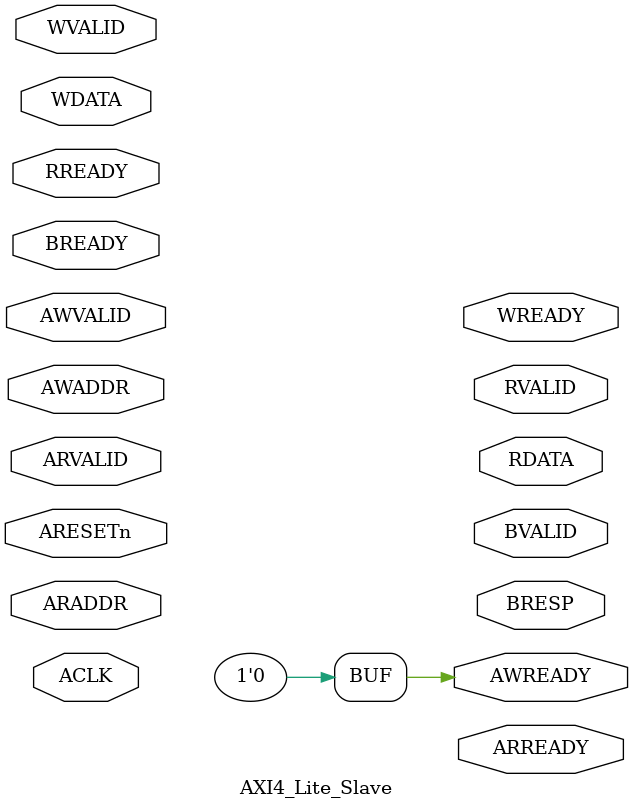
<source format=sv>
`timescale 1ns / 1ps

module AXI4_Lite_Slave (
    // Global Signal
    input logic ACLK,
    input logic ARESETn,

    // Write Address (Write Transaction : AW Channel)
    input  logic [3:0] AWADDR,
    input  logic       AWVALID,
    output logic       AWREADY,

    // Write (Write Transaction : W Channel)
    input  logic [31:0] WDATA,
    input  logic        WVALID,
    output logic        WREADY,

    // Write Response (Write Transaction : B Channel)
    output logic [1:0] BRESP,
    output logic       BVALID,
    input  logic       BREADY,

    // READ Address (READ Transaction : AR Channel)
    input  logic [3:0] ARADDR,
    input  logic       ARVALID,
    output logic       ARREADY,

    // READ (READ Transaction : R Channel)
    output logic [31:0] RDATA,
    output logic        RVALID,
    input  logic        RREADY
);

    logic [31:0] slv_reg0;
    logic [31:0] slv_reg1;
    logic [31:0] slv_reg2;
    logic [31:0] slv_reg3;

  // Write Address (Write Transaction : AW Channel)
  typedef enum {
    AW_IDLE_S,
    AW_READY_S
  } aw_state_e;

  aw_state_e aw_state, aw_next;

  always_ff @(posedge ACLK) begin
    if (!ARESETn) begin
      aw_state <= AW_IDLE_S;
    end else begin
      aw_state <= aw_next;
    end
  end

  always_comb begin
    aw_next = aw_state;
    AWREADY = 1'b0;
    case (aw_state)
        AW_IDLE_S: begin
            AWREADY = 1'b0;
            if (AWVALID) begin
                aw_next = AW_READY_S;
            end
        end
        AW_READY_S: begin
            
        end
    endcase
    

  end

endmodule

</source>
